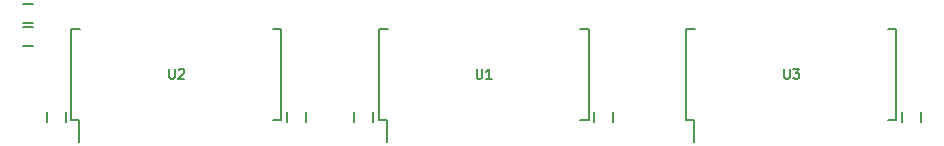
<source format=gto>
G04 #@! TF.GenerationSoftware,KiCad,Pcbnew,(5.1.10-1-10_14)*
G04 #@! TF.CreationDate,2021-06-21T04:52:28-04:00*
G04 #@! TF.ProjectId,GW4191-SOP,47573431-3931-42d5-934f-502e6b696361,1.0-SOJ*
G04 #@! TF.SameCoordinates,Original*
G04 #@! TF.FileFunction,Legend,Top*
G04 #@! TF.FilePolarity,Positive*
%FSLAX46Y46*%
G04 Gerber Fmt 4.6, Leading zero omitted, Abs format (unit mm)*
G04 Created by KiCad (PCBNEW (5.1.10-1-10_14)) date 2021-06-21 04:52:28*
%MOMM*%
%LPD*%
G01*
G04 APERTURE LIST*
%ADD10C,0.152400*%
%ADD11C,0.203200*%
%ADD12C,0.952400*%
G04 APERTURE END LIST*
D10*
X84290000Y-93663400D02*
X84290000Y-92850600D01*
X85890000Y-93663400D02*
X85890000Y-92850600D01*
X104610000Y-93663400D02*
X104610000Y-92850600D01*
X106210000Y-93663400D02*
X106210000Y-92850600D01*
X110325000Y-93663400D02*
X110325000Y-92850600D01*
X111925000Y-93663400D02*
X111925000Y-92850600D01*
X156680000Y-93663400D02*
X156680000Y-92850600D01*
X158280000Y-93663400D02*
X158280000Y-92850600D01*
X130645000Y-93663400D02*
X130645000Y-92850600D01*
X132245000Y-93663400D02*
X132245000Y-92850600D01*
X83106400Y-87300000D02*
X82293600Y-87300000D01*
X83106400Y-85700000D02*
X82293600Y-85700000D01*
X82293600Y-83700000D02*
X83106400Y-83700000D01*
X82293600Y-85300000D02*
X83106400Y-85300000D01*
X112395000Y-93537000D02*
X113045000Y-93537000D01*
X112395000Y-85787000D02*
X113140000Y-85787000D01*
X130175000Y-85787000D02*
X129430000Y-85787000D01*
X130175000Y-93537000D02*
X129430000Y-93537000D01*
X112395000Y-93537000D02*
X112395000Y-85787000D01*
X130175000Y-93537000D02*
X130175000Y-85787000D01*
X113045000Y-93537000D02*
X113045000Y-95362000D01*
X87010000Y-93537000D02*
X87010000Y-95362000D01*
X104140000Y-93537000D02*
X104140000Y-85787000D01*
X86360000Y-93537000D02*
X86360000Y-85787000D01*
X104140000Y-93537000D02*
X103395000Y-93537000D01*
X104140000Y-85787000D02*
X103395000Y-85787000D01*
X86360000Y-85787000D02*
X87105000Y-85787000D01*
X86360000Y-93537000D02*
X87010000Y-93537000D01*
X139080000Y-93537000D02*
X139080000Y-95362000D01*
X156210000Y-93537000D02*
X156210000Y-85787000D01*
X138430000Y-93537000D02*
X138430000Y-85787000D01*
X156210000Y-93537000D02*
X155465000Y-93537000D01*
X156210000Y-85787000D02*
X155465000Y-85787000D01*
X138430000Y-85787000D02*
X139175000Y-85787000D01*
X138430000Y-93537000D02*
X139080000Y-93537000D01*
D11*
X120665723Y-89216895D02*
X120665723Y-89874876D01*
X120704428Y-89952285D01*
X120743133Y-89990990D01*
X120820542Y-90029695D01*
X120975361Y-90029695D01*
X121052771Y-89990990D01*
X121091476Y-89952285D01*
X121130180Y-89874876D01*
X121130180Y-89216895D01*
X121942980Y-90029695D02*
X121478523Y-90029695D01*
X121710752Y-90029695D02*
X121710752Y-89216895D01*
X121633342Y-89333009D01*
X121555933Y-89410419D01*
X121478523Y-89449123D01*
X94630723Y-89216895D02*
X94630723Y-89874876D01*
X94669428Y-89952285D01*
X94708133Y-89990990D01*
X94785542Y-90029695D01*
X94940361Y-90029695D01*
X95017771Y-89990990D01*
X95056476Y-89952285D01*
X95095180Y-89874876D01*
X95095180Y-89216895D01*
X95443523Y-89294304D02*
X95482228Y-89255600D01*
X95559638Y-89216895D01*
X95753161Y-89216895D01*
X95830571Y-89255600D01*
X95869276Y-89294304D01*
X95907980Y-89371714D01*
X95907980Y-89449123D01*
X95869276Y-89565238D01*
X95404819Y-90029695D01*
X95907980Y-90029695D01*
X146700723Y-89216895D02*
X146700723Y-89874876D01*
X146739428Y-89952285D01*
X146778133Y-89990990D01*
X146855542Y-90029695D01*
X147010361Y-90029695D01*
X147087771Y-89990990D01*
X147126476Y-89952285D01*
X147165180Y-89874876D01*
X147165180Y-89216895D01*
X147474819Y-89216895D02*
X147977980Y-89216895D01*
X147707047Y-89526533D01*
X147823161Y-89526533D01*
X147900571Y-89565238D01*
X147939276Y-89603942D01*
X147977980Y-89681352D01*
X147977980Y-89874876D01*
X147939276Y-89952285D01*
X147900571Y-89990990D01*
X147823161Y-90029695D01*
X147590933Y-90029695D01*
X147513523Y-89990990D01*
X147474819Y-89952285D01*
%LPC*%
G36*
G01*
X82854800Y-100939600D02*
X82854800Y-99212400D01*
G75*
G02*
X83337400Y-98729800I482600J0D01*
G01*
X84302600Y-98729800D01*
G75*
G02*
X84785200Y-99212400I0J-482600D01*
G01*
X84785200Y-100939600D01*
G75*
G02*
X84302600Y-101422200I-482600J0D01*
G01*
X83337400Y-101422200D01*
G75*
G02*
X82854800Y-100939600I0J482600D01*
G01*
G37*
G36*
G01*
X85394800Y-100939600D02*
X85394800Y-99212400D01*
G75*
G02*
X85877400Y-98729800I482600J0D01*
G01*
X86842600Y-98729800D01*
G75*
G02*
X87325200Y-99212400I0J-482600D01*
G01*
X87325200Y-100939600D01*
G75*
G02*
X86842600Y-101422200I-482600J0D01*
G01*
X85877400Y-101422200D01*
G75*
G02*
X85394800Y-100939600I0J482600D01*
G01*
G37*
D12*
X88900000Y-98806000D03*
G36*
G01*
X108254800Y-100939600D02*
X108254800Y-99212400D01*
G75*
G02*
X108737400Y-98729800I482600J0D01*
G01*
X109702600Y-98729800D01*
G75*
G02*
X110185200Y-99212400I0J-482600D01*
G01*
X110185200Y-100939600D01*
G75*
G02*
X109702600Y-101422200I-482600J0D01*
G01*
X108737400Y-101422200D01*
G75*
G02*
X108254800Y-100939600I0J482600D01*
G01*
G37*
G36*
G01*
X93014800Y-100939600D02*
X93014800Y-99212400D01*
G75*
G02*
X93497400Y-98729800I482600J0D01*
G01*
X94462600Y-98729800D01*
G75*
G02*
X94945200Y-99212400I0J-482600D01*
G01*
X94945200Y-100939600D01*
G75*
G02*
X94462600Y-101422200I-482600J0D01*
G01*
X93497400Y-101422200D01*
G75*
G02*
X93014800Y-100939600I0J482600D01*
G01*
G37*
G36*
G01*
X110794800Y-100939600D02*
X110794800Y-99212400D01*
G75*
G02*
X111277400Y-98729800I482600J0D01*
G01*
X112242600Y-98729800D01*
G75*
G02*
X112725200Y-99212400I0J-482600D01*
G01*
X112725200Y-100939600D01*
G75*
G02*
X112242600Y-101422200I-482600J0D01*
G01*
X111277400Y-101422200D01*
G75*
G02*
X110794800Y-100939600I0J482600D01*
G01*
G37*
G36*
G01*
X146354800Y-100939600D02*
X146354800Y-99212400D01*
G75*
G02*
X146837400Y-98729800I482600J0D01*
G01*
X147802600Y-98729800D01*
G75*
G02*
X148285200Y-99212400I0J-482600D01*
G01*
X148285200Y-100939600D01*
G75*
G02*
X147802600Y-101422200I-482600J0D01*
G01*
X146837400Y-101422200D01*
G75*
G02*
X146354800Y-100939600I0J482600D01*
G01*
G37*
G36*
G01*
X113334800Y-100939600D02*
X113334800Y-99212400D01*
G75*
G02*
X113817400Y-98729800I482600J0D01*
G01*
X114782600Y-98729800D01*
G75*
G02*
X115265200Y-99212400I0J-482600D01*
G01*
X115265200Y-100939600D01*
G75*
G02*
X114782600Y-101422200I-482600J0D01*
G01*
X113817400Y-101422200D01*
G75*
G02*
X113334800Y-100939600I0J482600D01*
G01*
G37*
G36*
G01*
X115874800Y-100939600D02*
X115874800Y-99212400D01*
G75*
G02*
X116357400Y-98729800I482600J0D01*
G01*
X117322600Y-98729800D01*
G75*
G02*
X117805200Y-99212400I0J-482600D01*
G01*
X117805200Y-100939600D01*
G75*
G02*
X117322600Y-101422200I-482600J0D01*
G01*
X116357400Y-101422200D01*
G75*
G02*
X115874800Y-100939600I0J482600D01*
G01*
G37*
G36*
G01*
X90474800Y-100939600D02*
X90474800Y-99212400D01*
G75*
G02*
X90957400Y-98729800I482600J0D01*
G01*
X91922600Y-98729800D01*
G75*
G02*
X92405200Y-99212400I0J-482600D01*
G01*
X92405200Y-100939600D01*
G75*
G02*
X91922600Y-101422200I-482600J0D01*
G01*
X90957400Y-101422200D01*
G75*
G02*
X90474800Y-100939600I0J482600D01*
G01*
G37*
G36*
G01*
X153974800Y-100939600D02*
X153974800Y-99212400D01*
G75*
G02*
X154457400Y-98729800I482600J0D01*
G01*
X155422600Y-98729800D01*
G75*
G02*
X155905200Y-99212400I0J-482600D01*
G01*
X155905200Y-100939600D01*
G75*
G02*
X155422600Y-101422200I-482600J0D01*
G01*
X154457400Y-101422200D01*
G75*
G02*
X153974800Y-100939600I0J482600D01*
G01*
G37*
G36*
G01*
X87934800Y-100939600D02*
X87934800Y-99212400D01*
G75*
G02*
X88417400Y-98729800I482600J0D01*
G01*
X89382600Y-98729800D01*
G75*
G02*
X89865200Y-99212400I0J-482600D01*
G01*
X89865200Y-100939600D01*
G75*
G02*
X89382600Y-101422200I-482600J0D01*
G01*
X88417400Y-101422200D01*
G75*
G02*
X87934800Y-100939600I0J482600D01*
G01*
G37*
G36*
G01*
X141274800Y-100939600D02*
X141274800Y-99212400D01*
G75*
G02*
X141757400Y-98729800I482600J0D01*
G01*
X142722600Y-98729800D01*
G75*
G02*
X143205200Y-99212400I0J-482600D01*
G01*
X143205200Y-100939600D01*
G75*
G02*
X142722600Y-101422200I-482600J0D01*
G01*
X141757400Y-101422200D01*
G75*
G02*
X141274800Y-100939600I0J482600D01*
G01*
G37*
G36*
G01*
X120954800Y-100939600D02*
X120954800Y-99212400D01*
G75*
G02*
X121437400Y-98729800I482600J0D01*
G01*
X122402600Y-98729800D01*
G75*
G02*
X122885200Y-99212400I0J-482600D01*
G01*
X122885200Y-100939600D01*
G75*
G02*
X122402600Y-101422200I-482600J0D01*
G01*
X121437400Y-101422200D01*
G75*
G02*
X120954800Y-100939600I0J482600D01*
G01*
G37*
G36*
G01*
X131114800Y-100939600D02*
X131114800Y-99212400D01*
G75*
G02*
X131597400Y-98729800I482600J0D01*
G01*
X132562600Y-98729800D01*
G75*
G02*
X133045200Y-99212400I0J-482600D01*
G01*
X133045200Y-100939600D01*
G75*
G02*
X132562600Y-101422200I-482600J0D01*
G01*
X131597400Y-101422200D01*
G75*
G02*
X131114800Y-100939600I0J482600D01*
G01*
G37*
G36*
G01*
X138734800Y-100939600D02*
X138734800Y-99212400D01*
G75*
G02*
X139217400Y-98729800I482600J0D01*
G01*
X140182600Y-98729800D01*
G75*
G02*
X140665200Y-99212400I0J-482600D01*
G01*
X140665200Y-100939600D01*
G75*
G02*
X140182600Y-101422200I-482600J0D01*
G01*
X139217400Y-101422200D01*
G75*
G02*
X138734800Y-100939600I0J482600D01*
G01*
G37*
G36*
G01*
X103174800Y-100939600D02*
X103174800Y-99212400D01*
G75*
G02*
X103657400Y-98729800I482600J0D01*
G01*
X104622600Y-98729800D01*
G75*
G02*
X105105200Y-99212400I0J-482600D01*
G01*
X105105200Y-100939600D01*
G75*
G02*
X104622600Y-101422200I-482600J0D01*
G01*
X103657400Y-101422200D01*
G75*
G02*
X103174800Y-100939600I0J482600D01*
G01*
G37*
G36*
G01*
X126034800Y-100939600D02*
X126034800Y-99212400D01*
G75*
G02*
X126517400Y-98729800I482600J0D01*
G01*
X127482600Y-98729800D01*
G75*
G02*
X127965200Y-99212400I0J-482600D01*
G01*
X127965200Y-100939600D01*
G75*
G02*
X127482600Y-101422200I-482600J0D01*
G01*
X126517400Y-101422200D01*
G75*
G02*
X126034800Y-100939600I0J482600D01*
G01*
G37*
G36*
G01*
X133654800Y-100939600D02*
X133654800Y-99212400D01*
G75*
G02*
X134137400Y-98729800I482600J0D01*
G01*
X135102600Y-98729800D01*
G75*
G02*
X135585200Y-99212400I0J-482600D01*
G01*
X135585200Y-100939600D01*
G75*
G02*
X135102600Y-101422200I-482600J0D01*
G01*
X134137400Y-101422200D01*
G75*
G02*
X133654800Y-100939600I0J482600D01*
G01*
G37*
G36*
G01*
X128574800Y-100939600D02*
X128574800Y-99212400D01*
G75*
G02*
X129057400Y-98729800I482600J0D01*
G01*
X130022600Y-98729800D01*
G75*
G02*
X130505200Y-99212400I0J-482600D01*
G01*
X130505200Y-100939600D01*
G75*
G02*
X130022600Y-101422200I-482600J0D01*
G01*
X129057400Y-101422200D01*
G75*
G02*
X128574800Y-100939600I0J482600D01*
G01*
G37*
G36*
G01*
X105714800Y-100939600D02*
X105714800Y-99212400D01*
G75*
G02*
X106197400Y-98729800I482600J0D01*
G01*
X107162600Y-98729800D01*
G75*
G02*
X107645200Y-99212400I0J-482600D01*
G01*
X107645200Y-100939600D01*
G75*
G02*
X107162600Y-101422200I-482600J0D01*
G01*
X106197400Y-101422200D01*
G75*
G02*
X105714800Y-100939600I0J482600D01*
G01*
G37*
G36*
G01*
X136194800Y-100939600D02*
X136194800Y-99212400D01*
G75*
G02*
X136677400Y-98729800I482600J0D01*
G01*
X137642600Y-98729800D01*
G75*
G02*
X138125200Y-99212400I0J-482600D01*
G01*
X138125200Y-100939600D01*
G75*
G02*
X137642600Y-101422200I-482600J0D01*
G01*
X136677400Y-101422200D01*
G75*
G02*
X136194800Y-100939600I0J482600D01*
G01*
G37*
G36*
G01*
X95554800Y-100939600D02*
X95554800Y-99212400D01*
G75*
G02*
X96037400Y-98729800I482600J0D01*
G01*
X97002600Y-98729800D01*
G75*
G02*
X97485200Y-99212400I0J-482600D01*
G01*
X97485200Y-100939600D01*
G75*
G02*
X97002600Y-101422200I-482600J0D01*
G01*
X96037400Y-101422200D01*
G75*
G02*
X95554800Y-100939600I0J482600D01*
G01*
G37*
G36*
G01*
X123494800Y-100939600D02*
X123494800Y-99212400D01*
G75*
G02*
X123977400Y-98729800I482600J0D01*
G01*
X124942600Y-98729800D01*
G75*
G02*
X125425200Y-99212400I0J-482600D01*
G01*
X125425200Y-100939600D01*
G75*
G02*
X124942600Y-101422200I-482600J0D01*
G01*
X123977400Y-101422200D01*
G75*
G02*
X123494800Y-100939600I0J482600D01*
G01*
G37*
G36*
G01*
X98094800Y-100939600D02*
X98094800Y-99212400D01*
G75*
G02*
X98577400Y-98729800I482600J0D01*
G01*
X99542600Y-98729800D01*
G75*
G02*
X100025200Y-99212400I0J-482600D01*
G01*
X100025200Y-100939600D01*
G75*
G02*
X99542600Y-101422200I-482600J0D01*
G01*
X98577400Y-101422200D01*
G75*
G02*
X98094800Y-100939600I0J482600D01*
G01*
G37*
G36*
G01*
X100634800Y-100939600D02*
X100634800Y-99212400D01*
G75*
G02*
X101117400Y-98729800I482600J0D01*
G01*
X102082600Y-98729800D01*
G75*
G02*
X102565200Y-99212400I0J-482600D01*
G01*
X102565200Y-100939600D01*
G75*
G02*
X102082600Y-101422200I-482600J0D01*
G01*
X101117400Y-101422200D01*
G75*
G02*
X100634800Y-100939600I0J482600D01*
G01*
G37*
G36*
G01*
X148894800Y-100939600D02*
X148894800Y-99212400D01*
G75*
G02*
X149377400Y-98729800I482600J0D01*
G01*
X150342600Y-98729800D01*
G75*
G02*
X150825200Y-99212400I0J-482600D01*
G01*
X150825200Y-100939600D01*
G75*
G02*
X150342600Y-101422200I-482600J0D01*
G01*
X149377400Y-101422200D01*
G75*
G02*
X148894800Y-100939600I0J482600D01*
G01*
G37*
G36*
G01*
X151434800Y-100939600D02*
X151434800Y-99212400D01*
G75*
G02*
X151917400Y-98729800I482600J0D01*
G01*
X152882600Y-98729800D01*
G75*
G02*
X153365200Y-99212400I0J-482600D01*
G01*
X153365200Y-100939600D01*
G75*
G02*
X152882600Y-101422200I-482600J0D01*
G01*
X151917400Y-101422200D01*
G75*
G02*
X151434800Y-100939600I0J482600D01*
G01*
G37*
G36*
G01*
X156514800Y-100939600D02*
X156514800Y-99212400D01*
G75*
G02*
X156997400Y-98729800I482600J0D01*
G01*
X157962600Y-98729800D01*
G75*
G02*
X158445200Y-99212400I0J-482600D01*
G01*
X158445200Y-100939600D01*
G75*
G02*
X157962600Y-101422200I-482600J0D01*
G01*
X156997400Y-101422200D01*
G75*
G02*
X156514800Y-100939600I0J482600D01*
G01*
G37*
G36*
G01*
X118414800Y-100939600D02*
X118414800Y-99212400D01*
G75*
G02*
X118897400Y-98729800I482600J0D01*
G01*
X119862600Y-98729800D01*
G75*
G02*
X120345200Y-99212400I0J-482600D01*
G01*
X120345200Y-100939600D01*
G75*
G02*
X119862600Y-101422200I-482600J0D01*
G01*
X118897400Y-101422200D01*
G75*
G02*
X118414800Y-100939600I0J482600D01*
G01*
G37*
G36*
G01*
X143814800Y-100939600D02*
X143814800Y-99212400D01*
G75*
G02*
X144297400Y-98729800I482600J0D01*
G01*
X145262600Y-98729800D01*
G75*
G02*
X145745200Y-99212400I0J-482600D01*
G01*
X145745200Y-100939600D01*
G75*
G02*
X145262600Y-101422200I-482600J0D01*
G01*
X144297400Y-101422200D01*
G75*
G02*
X143814800Y-100939600I0J482600D01*
G01*
G37*
X86360000Y-98806000D03*
X83820000Y-98806000D03*
X93980000Y-98806000D03*
X91440000Y-98806000D03*
X96520000Y-98806000D03*
X99060000Y-98806000D03*
X104140000Y-98806000D03*
X101600000Y-98806000D03*
X109220000Y-98806000D03*
X106680000Y-98806000D03*
X111760000Y-98806000D03*
X116840000Y-98806000D03*
X114300000Y-98806000D03*
X119380000Y-98806000D03*
X124460000Y-98806000D03*
X121920000Y-98806000D03*
X127000000Y-98806000D03*
X149860000Y-98806000D03*
X147320000Y-98806000D03*
X152400000Y-98806000D03*
X134620000Y-98806000D03*
X132080000Y-98806000D03*
X137160000Y-98806000D03*
X142240000Y-98806000D03*
X139700000Y-98806000D03*
X144780000Y-98806000D03*
X129540000Y-98806000D03*
X154940000Y-98806000D03*
X157480000Y-98806000D03*
G36*
G01*
X85552500Y-92982000D02*
X84627500Y-92982000D01*
G75*
G02*
X84340000Y-92694500I0J287500D01*
G01*
X84340000Y-92119500D01*
G75*
G02*
X84627500Y-91832000I287500J0D01*
G01*
X85552500Y-91832000D01*
G75*
G02*
X85840000Y-92119500I0J-287500D01*
G01*
X85840000Y-92694500D01*
G75*
G02*
X85552500Y-92982000I-287500J0D01*
G01*
G37*
G36*
G01*
X85552500Y-94682000D02*
X84627500Y-94682000D01*
G75*
G02*
X84340000Y-94394500I0J287500D01*
G01*
X84340000Y-93819500D01*
G75*
G02*
X84627500Y-93532000I287500J0D01*
G01*
X85552500Y-93532000D01*
G75*
G02*
X85840000Y-93819500I0J-287500D01*
G01*
X85840000Y-94394500D01*
G75*
G02*
X85552500Y-94682000I-287500J0D01*
G01*
G37*
G36*
G01*
X105872500Y-92982000D02*
X104947500Y-92982000D01*
G75*
G02*
X104660000Y-92694500I0J287500D01*
G01*
X104660000Y-92119500D01*
G75*
G02*
X104947500Y-91832000I287500J0D01*
G01*
X105872500Y-91832000D01*
G75*
G02*
X106160000Y-92119500I0J-287500D01*
G01*
X106160000Y-92694500D01*
G75*
G02*
X105872500Y-92982000I-287500J0D01*
G01*
G37*
G36*
G01*
X105872500Y-94682000D02*
X104947500Y-94682000D01*
G75*
G02*
X104660000Y-94394500I0J287500D01*
G01*
X104660000Y-93819500D01*
G75*
G02*
X104947500Y-93532000I287500J0D01*
G01*
X105872500Y-93532000D01*
G75*
G02*
X106160000Y-93819500I0J-287500D01*
G01*
X106160000Y-94394500D01*
G75*
G02*
X105872500Y-94682000I-287500J0D01*
G01*
G37*
G36*
G01*
X111587500Y-92982000D02*
X110662500Y-92982000D01*
G75*
G02*
X110375000Y-92694500I0J287500D01*
G01*
X110375000Y-92119500D01*
G75*
G02*
X110662500Y-91832000I287500J0D01*
G01*
X111587500Y-91832000D01*
G75*
G02*
X111875000Y-92119500I0J-287500D01*
G01*
X111875000Y-92694500D01*
G75*
G02*
X111587500Y-92982000I-287500J0D01*
G01*
G37*
G36*
G01*
X111587500Y-94682000D02*
X110662500Y-94682000D01*
G75*
G02*
X110375000Y-94394500I0J287500D01*
G01*
X110375000Y-93819500D01*
G75*
G02*
X110662500Y-93532000I287500J0D01*
G01*
X111587500Y-93532000D01*
G75*
G02*
X111875000Y-93819500I0J-287500D01*
G01*
X111875000Y-94394500D01*
G75*
G02*
X111587500Y-94682000I-287500J0D01*
G01*
G37*
G36*
G01*
X157942500Y-92982000D02*
X157017500Y-92982000D01*
G75*
G02*
X156730000Y-92694500I0J287500D01*
G01*
X156730000Y-92119500D01*
G75*
G02*
X157017500Y-91832000I287500J0D01*
G01*
X157942500Y-91832000D01*
G75*
G02*
X158230000Y-92119500I0J-287500D01*
G01*
X158230000Y-92694500D01*
G75*
G02*
X157942500Y-92982000I-287500J0D01*
G01*
G37*
G36*
G01*
X157942500Y-94682000D02*
X157017500Y-94682000D01*
G75*
G02*
X156730000Y-94394500I0J287500D01*
G01*
X156730000Y-93819500D01*
G75*
G02*
X157017500Y-93532000I287500J0D01*
G01*
X157942500Y-93532000D01*
G75*
G02*
X158230000Y-93819500I0J-287500D01*
G01*
X158230000Y-94394500D01*
G75*
G02*
X157942500Y-94682000I-287500J0D01*
G01*
G37*
G36*
G01*
X131907500Y-92982000D02*
X130982500Y-92982000D01*
G75*
G02*
X130695000Y-92694500I0J287500D01*
G01*
X130695000Y-92119500D01*
G75*
G02*
X130982500Y-91832000I287500J0D01*
G01*
X131907500Y-91832000D01*
G75*
G02*
X132195000Y-92119500I0J-287500D01*
G01*
X132195000Y-92694500D01*
G75*
G02*
X131907500Y-92982000I-287500J0D01*
G01*
G37*
G36*
G01*
X131907500Y-94682000D02*
X130982500Y-94682000D01*
G75*
G02*
X130695000Y-94394500I0J287500D01*
G01*
X130695000Y-93819500D01*
G75*
G02*
X130982500Y-93532000I287500J0D01*
G01*
X131907500Y-93532000D01*
G75*
G02*
X132195000Y-93819500I0J-287500D01*
G01*
X132195000Y-94394500D01*
G75*
G02*
X131907500Y-94682000I-287500J0D01*
G01*
G37*
G36*
G01*
X82225000Y-85987500D02*
X82225000Y-87012500D01*
G75*
G02*
X81987500Y-87250000I-237500J0D01*
G01*
X81512500Y-87250000D01*
G75*
G02*
X81275000Y-87012500I0J237500D01*
G01*
X81275000Y-85987500D01*
G75*
G02*
X81512500Y-85750000I237500J0D01*
G01*
X81987500Y-85750000D01*
G75*
G02*
X82225000Y-85987500I0J-237500D01*
G01*
G37*
G36*
G01*
X84125000Y-85987500D02*
X84125000Y-87012500D01*
G75*
G02*
X83887500Y-87250000I-237500J0D01*
G01*
X83412500Y-87250000D01*
G75*
G02*
X83175000Y-87012500I0J237500D01*
G01*
X83175000Y-85987500D01*
G75*
G02*
X83412500Y-85750000I237500J0D01*
G01*
X83887500Y-85750000D01*
G75*
G02*
X84125000Y-85987500I0J-237500D01*
G01*
G37*
G36*
G01*
X83175000Y-85012500D02*
X83175000Y-83987500D01*
G75*
G02*
X83412500Y-83750000I237500J0D01*
G01*
X83887500Y-83750000D01*
G75*
G02*
X84125000Y-83987500I0J-237500D01*
G01*
X84125000Y-85012500D01*
G75*
G02*
X83887500Y-85250000I-237500J0D01*
G01*
X83412500Y-85250000D01*
G75*
G02*
X83175000Y-85012500I0J237500D01*
G01*
G37*
G36*
G01*
X81275000Y-85012500D02*
X81275000Y-83987500D01*
G75*
G02*
X81512500Y-83750000I237500J0D01*
G01*
X81987500Y-83750000D01*
G75*
G02*
X82225000Y-83987500I0J-237500D01*
G01*
X82225000Y-85012500D01*
G75*
G02*
X81987500Y-85250000I-237500J0D01*
G01*
X81512500Y-85250000D01*
G75*
G02*
X81275000Y-85012500I0J237500D01*
G01*
G37*
G36*
G01*
X113840000Y-95427000D02*
X113490000Y-95427000D01*
G75*
G02*
X113315000Y-95252000I0J175000D01*
G01*
X113315000Y-93470000D01*
G75*
G02*
X113490000Y-93295000I175000J0D01*
G01*
X113840000Y-93295000D01*
G75*
G02*
X114015000Y-93470000I0J-175000D01*
G01*
X114015000Y-95252000D01*
G75*
G02*
X113840000Y-95427000I-175000J0D01*
G01*
G37*
G36*
G01*
X115110000Y-95427000D02*
X114760000Y-95427000D01*
G75*
G02*
X114585000Y-95252000I0J175000D01*
G01*
X114585000Y-93470000D01*
G75*
G02*
X114760000Y-93295000I175000J0D01*
G01*
X115110000Y-93295000D01*
G75*
G02*
X115285000Y-93470000I0J-175000D01*
G01*
X115285000Y-95252000D01*
G75*
G02*
X115110000Y-95427000I-175000J0D01*
G01*
G37*
G36*
G01*
X116380000Y-95427000D02*
X116030000Y-95427000D01*
G75*
G02*
X115855000Y-95252000I0J175000D01*
G01*
X115855000Y-93470000D01*
G75*
G02*
X116030000Y-93295000I175000J0D01*
G01*
X116380000Y-93295000D01*
G75*
G02*
X116555000Y-93470000I0J-175000D01*
G01*
X116555000Y-95252000D01*
G75*
G02*
X116380000Y-95427000I-175000J0D01*
G01*
G37*
G36*
G01*
X117650000Y-95427000D02*
X117300000Y-95427000D01*
G75*
G02*
X117125000Y-95252000I0J175000D01*
G01*
X117125000Y-93470000D01*
G75*
G02*
X117300000Y-93295000I175000J0D01*
G01*
X117650000Y-93295000D01*
G75*
G02*
X117825000Y-93470000I0J-175000D01*
G01*
X117825000Y-95252000D01*
G75*
G02*
X117650000Y-95427000I-175000J0D01*
G01*
G37*
G36*
G01*
X118920000Y-95427000D02*
X118570000Y-95427000D01*
G75*
G02*
X118395000Y-95252000I0J175000D01*
G01*
X118395000Y-93470000D01*
G75*
G02*
X118570000Y-93295000I175000J0D01*
G01*
X118920000Y-93295000D01*
G75*
G02*
X119095000Y-93470000I0J-175000D01*
G01*
X119095000Y-95252000D01*
G75*
G02*
X118920000Y-95427000I-175000J0D01*
G01*
G37*
G36*
G01*
X120190000Y-95427000D02*
X119840000Y-95427000D01*
G75*
G02*
X119665000Y-95252000I0J175000D01*
G01*
X119665000Y-93470000D01*
G75*
G02*
X119840000Y-93295000I175000J0D01*
G01*
X120190000Y-93295000D01*
G75*
G02*
X120365000Y-93470000I0J-175000D01*
G01*
X120365000Y-95252000D01*
G75*
G02*
X120190000Y-95427000I-175000J0D01*
G01*
G37*
G36*
G01*
X122730000Y-95427000D02*
X122380000Y-95427000D01*
G75*
G02*
X122205000Y-95252000I0J175000D01*
G01*
X122205000Y-93470000D01*
G75*
G02*
X122380000Y-93295000I175000J0D01*
G01*
X122730000Y-93295000D01*
G75*
G02*
X122905000Y-93470000I0J-175000D01*
G01*
X122905000Y-95252000D01*
G75*
G02*
X122730000Y-95427000I-175000J0D01*
G01*
G37*
G36*
G01*
X124000000Y-95427000D02*
X123650000Y-95427000D01*
G75*
G02*
X123475000Y-95252000I0J175000D01*
G01*
X123475000Y-93470000D01*
G75*
G02*
X123650000Y-93295000I175000J0D01*
G01*
X124000000Y-93295000D01*
G75*
G02*
X124175000Y-93470000I0J-175000D01*
G01*
X124175000Y-95252000D01*
G75*
G02*
X124000000Y-95427000I-175000J0D01*
G01*
G37*
G36*
G01*
X125270000Y-95427000D02*
X124920000Y-95427000D01*
G75*
G02*
X124745000Y-95252000I0J175000D01*
G01*
X124745000Y-93470000D01*
G75*
G02*
X124920000Y-93295000I175000J0D01*
G01*
X125270000Y-93295000D01*
G75*
G02*
X125445000Y-93470000I0J-175000D01*
G01*
X125445000Y-95252000D01*
G75*
G02*
X125270000Y-95427000I-175000J0D01*
G01*
G37*
G36*
G01*
X126540000Y-95427000D02*
X126190000Y-95427000D01*
G75*
G02*
X126015000Y-95252000I0J175000D01*
G01*
X126015000Y-93470000D01*
G75*
G02*
X126190000Y-93295000I175000J0D01*
G01*
X126540000Y-93295000D01*
G75*
G02*
X126715000Y-93470000I0J-175000D01*
G01*
X126715000Y-95252000D01*
G75*
G02*
X126540000Y-95427000I-175000J0D01*
G01*
G37*
G36*
G01*
X127810000Y-95427000D02*
X127460000Y-95427000D01*
G75*
G02*
X127285000Y-95252000I0J175000D01*
G01*
X127285000Y-93470000D01*
G75*
G02*
X127460000Y-93295000I175000J0D01*
G01*
X127810000Y-93295000D01*
G75*
G02*
X127985000Y-93470000I0J-175000D01*
G01*
X127985000Y-95252000D01*
G75*
G02*
X127810000Y-95427000I-175000J0D01*
G01*
G37*
G36*
G01*
X129080000Y-95427000D02*
X128730000Y-95427000D01*
G75*
G02*
X128555000Y-95252000I0J175000D01*
G01*
X128555000Y-93470000D01*
G75*
G02*
X128730000Y-93295000I175000J0D01*
G01*
X129080000Y-93295000D01*
G75*
G02*
X129255000Y-93470000I0J-175000D01*
G01*
X129255000Y-95252000D01*
G75*
G02*
X129080000Y-95427000I-175000J0D01*
G01*
G37*
G36*
G01*
X129080000Y-86029000D02*
X128730000Y-86029000D01*
G75*
G02*
X128555000Y-85854000I0J175000D01*
G01*
X128555000Y-84072000D01*
G75*
G02*
X128730000Y-83897000I175000J0D01*
G01*
X129080000Y-83897000D01*
G75*
G02*
X129255000Y-84072000I0J-175000D01*
G01*
X129255000Y-85854000D01*
G75*
G02*
X129080000Y-86029000I-175000J0D01*
G01*
G37*
G36*
G01*
X127810000Y-86029000D02*
X127460000Y-86029000D01*
G75*
G02*
X127285000Y-85854000I0J175000D01*
G01*
X127285000Y-84072000D01*
G75*
G02*
X127460000Y-83897000I175000J0D01*
G01*
X127810000Y-83897000D01*
G75*
G02*
X127985000Y-84072000I0J-175000D01*
G01*
X127985000Y-85854000D01*
G75*
G02*
X127810000Y-86029000I-175000J0D01*
G01*
G37*
G36*
G01*
X126540000Y-86029000D02*
X126190000Y-86029000D01*
G75*
G02*
X126015000Y-85854000I0J175000D01*
G01*
X126015000Y-84072000D01*
G75*
G02*
X126190000Y-83897000I175000J0D01*
G01*
X126540000Y-83897000D01*
G75*
G02*
X126715000Y-84072000I0J-175000D01*
G01*
X126715000Y-85854000D01*
G75*
G02*
X126540000Y-86029000I-175000J0D01*
G01*
G37*
G36*
G01*
X125270000Y-86029000D02*
X124920000Y-86029000D01*
G75*
G02*
X124745000Y-85854000I0J175000D01*
G01*
X124745000Y-84072000D01*
G75*
G02*
X124920000Y-83897000I175000J0D01*
G01*
X125270000Y-83897000D01*
G75*
G02*
X125445000Y-84072000I0J-175000D01*
G01*
X125445000Y-85854000D01*
G75*
G02*
X125270000Y-86029000I-175000J0D01*
G01*
G37*
G36*
G01*
X124000000Y-86029000D02*
X123650000Y-86029000D01*
G75*
G02*
X123475000Y-85854000I0J175000D01*
G01*
X123475000Y-84072000D01*
G75*
G02*
X123650000Y-83897000I175000J0D01*
G01*
X124000000Y-83897000D01*
G75*
G02*
X124175000Y-84072000I0J-175000D01*
G01*
X124175000Y-85854000D01*
G75*
G02*
X124000000Y-86029000I-175000J0D01*
G01*
G37*
G36*
G01*
X122730000Y-86029000D02*
X122380000Y-86029000D01*
G75*
G02*
X122205000Y-85854000I0J175000D01*
G01*
X122205000Y-84072000D01*
G75*
G02*
X122380000Y-83897000I175000J0D01*
G01*
X122730000Y-83897000D01*
G75*
G02*
X122905000Y-84072000I0J-175000D01*
G01*
X122905000Y-85854000D01*
G75*
G02*
X122730000Y-86029000I-175000J0D01*
G01*
G37*
G36*
G01*
X120190000Y-86029000D02*
X119840000Y-86029000D01*
G75*
G02*
X119665000Y-85854000I0J175000D01*
G01*
X119665000Y-84072000D01*
G75*
G02*
X119840000Y-83897000I175000J0D01*
G01*
X120190000Y-83897000D01*
G75*
G02*
X120365000Y-84072000I0J-175000D01*
G01*
X120365000Y-85854000D01*
G75*
G02*
X120190000Y-86029000I-175000J0D01*
G01*
G37*
G36*
G01*
X118920000Y-86029000D02*
X118570000Y-86029000D01*
G75*
G02*
X118395000Y-85854000I0J175000D01*
G01*
X118395000Y-84072000D01*
G75*
G02*
X118570000Y-83897000I175000J0D01*
G01*
X118920000Y-83897000D01*
G75*
G02*
X119095000Y-84072000I0J-175000D01*
G01*
X119095000Y-85854000D01*
G75*
G02*
X118920000Y-86029000I-175000J0D01*
G01*
G37*
G36*
G01*
X117650000Y-86029000D02*
X117300000Y-86029000D01*
G75*
G02*
X117125000Y-85854000I0J175000D01*
G01*
X117125000Y-84072000D01*
G75*
G02*
X117300000Y-83897000I175000J0D01*
G01*
X117650000Y-83897000D01*
G75*
G02*
X117825000Y-84072000I0J-175000D01*
G01*
X117825000Y-85854000D01*
G75*
G02*
X117650000Y-86029000I-175000J0D01*
G01*
G37*
G36*
G01*
X116380000Y-86029000D02*
X116030000Y-86029000D01*
G75*
G02*
X115855000Y-85854000I0J175000D01*
G01*
X115855000Y-84072000D01*
G75*
G02*
X116030000Y-83897000I175000J0D01*
G01*
X116380000Y-83897000D01*
G75*
G02*
X116555000Y-84072000I0J-175000D01*
G01*
X116555000Y-85854000D01*
G75*
G02*
X116380000Y-86029000I-175000J0D01*
G01*
G37*
G36*
G01*
X115110000Y-86029000D02*
X114760000Y-86029000D01*
G75*
G02*
X114585000Y-85854000I0J175000D01*
G01*
X114585000Y-84072000D01*
G75*
G02*
X114760000Y-83897000I175000J0D01*
G01*
X115110000Y-83897000D01*
G75*
G02*
X115285000Y-84072000I0J-175000D01*
G01*
X115285000Y-85854000D01*
G75*
G02*
X115110000Y-86029000I-175000J0D01*
G01*
G37*
G36*
G01*
X113840000Y-86029000D02*
X113490000Y-86029000D01*
G75*
G02*
X113315000Y-85854000I0J175000D01*
G01*
X113315000Y-84072000D01*
G75*
G02*
X113490000Y-83897000I175000J0D01*
G01*
X113840000Y-83897000D01*
G75*
G02*
X114015000Y-84072000I0J-175000D01*
G01*
X114015000Y-85854000D01*
G75*
G02*
X113840000Y-86029000I-175000J0D01*
G01*
G37*
G36*
G01*
X87805000Y-86029000D02*
X87455000Y-86029000D01*
G75*
G02*
X87280000Y-85854000I0J175000D01*
G01*
X87280000Y-84072000D01*
G75*
G02*
X87455000Y-83897000I175000J0D01*
G01*
X87805000Y-83897000D01*
G75*
G02*
X87980000Y-84072000I0J-175000D01*
G01*
X87980000Y-85854000D01*
G75*
G02*
X87805000Y-86029000I-175000J0D01*
G01*
G37*
G36*
G01*
X89075000Y-86029000D02*
X88725000Y-86029000D01*
G75*
G02*
X88550000Y-85854000I0J175000D01*
G01*
X88550000Y-84072000D01*
G75*
G02*
X88725000Y-83897000I175000J0D01*
G01*
X89075000Y-83897000D01*
G75*
G02*
X89250000Y-84072000I0J-175000D01*
G01*
X89250000Y-85854000D01*
G75*
G02*
X89075000Y-86029000I-175000J0D01*
G01*
G37*
G36*
G01*
X90345000Y-86029000D02*
X89995000Y-86029000D01*
G75*
G02*
X89820000Y-85854000I0J175000D01*
G01*
X89820000Y-84072000D01*
G75*
G02*
X89995000Y-83897000I175000J0D01*
G01*
X90345000Y-83897000D01*
G75*
G02*
X90520000Y-84072000I0J-175000D01*
G01*
X90520000Y-85854000D01*
G75*
G02*
X90345000Y-86029000I-175000J0D01*
G01*
G37*
G36*
G01*
X91615000Y-86029000D02*
X91265000Y-86029000D01*
G75*
G02*
X91090000Y-85854000I0J175000D01*
G01*
X91090000Y-84072000D01*
G75*
G02*
X91265000Y-83897000I175000J0D01*
G01*
X91615000Y-83897000D01*
G75*
G02*
X91790000Y-84072000I0J-175000D01*
G01*
X91790000Y-85854000D01*
G75*
G02*
X91615000Y-86029000I-175000J0D01*
G01*
G37*
G36*
G01*
X92885000Y-86029000D02*
X92535000Y-86029000D01*
G75*
G02*
X92360000Y-85854000I0J175000D01*
G01*
X92360000Y-84072000D01*
G75*
G02*
X92535000Y-83897000I175000J0D01*
G01*
X92885000Y-83897000D01*
G75*
G02*
X93060000Y-84072000I0J-175000D01*
G01*
X93060000Y-85854000D01*
G75*
G02*
X92885000Y-86029000I-175000J0D01*
G01*
G37*
G36*
G01*
X94155000Y-86029000D02*
X93805000Y-86029000D01*
G75*
G02*
X93630000Y-85854000I0J175000D01*
G01*
X93630000Y-84072000D01*
G75*
G02*
X93805000Y-83897000I175000J0D01*
G01*
X94155000Y-83897000D01*
G75*
G02*
X94330000Y-84072000I0J-175000D01*
G01*
X94330000Y-85854000D01*
G75*
G02*
X94155000Y-86029000I-175000J0D01*
G01*
G37*
G36*
G01*
X96695000Y-86029000D02*
X96345000Y-86029000D01*
G75*
G02*
X96170000Y-85854000I0J175000D01*
G01*
X96170000Y-84072000D01*
G75*
G02*
X96345000Y-83897000I175000J0D01*
G01*
X96695000Y-83897000D01*
G75*
G02*
X96870000Y-84072000I0J-175000D01*
G01*
X96870000Y-85854000D01*
G75*
G02*
X96695000Y-86029000I-175000J0D01*
G01*
G37*
G36*
G01*
X97965000Y-86029000D02*
X97615000Y-86029000D01*
G75*
G02*
X97440000Y-85854000I0J175000D01*
G01*
X97440000Y-84072000D01*
G75*
G02*
X97615000Y-83897000I175000J0D01*
G01*
X97965000Y-83897000D01*
G75*
G02*
X98140000Y-84072000I0J-175000D01*
G01*
X98140000Y-85854000D01*
G75*
G02*
X97965000Y-86029000I-175000J0D01*
G01*
G37*
G36*
G01*
X99235000Y-86029000D02*
X98885000Y-86029000D01*
G75*
G02*
X98710000Y-85854000I0J175000D01*
G01*
X98710000Y-84072000D01*
G75*
G02*
X98885000Y-83897000I175000J0D01*
G01*
X99235000Y-83897000D01*
G75*
G02*
X99410000Y-84072000I0J-175000D01*
G01*
X99410000Y-85854000D01*
G75*
G02*
X99235000Y-86029000I-175000J0D01*
G01*
G37*
G36*
G01*
X100505000Y-86029000D02*
X100155000Y-86029000D01*
G75*
G02*
X99980000Y-85854000I0J175000D01*
G01*
X99980000Y-84072000D01*
G75*
G02*
X100155000Y-83897000I175000J0D01*
G01*
X100505000Y-83897000D01*
G75*
G02*
X100680000Y-84072000I0J-175000D01*
G01*
X100680000Y-85854000D01*
G75*
G02*
X100505000Y-86029000I-175000J0D01*
G01*
G37*
G36*
G01*
X101775000Y-86029000D02*
X101425000Y-86029000D01*
G75*
G02*
X101250000Y-85854000I0J175000D01*
G01*
X101250000Y-84072000D01*
G75*
G02*
X101425000Y-83897000I175000J0D01*
G01*
X101775000Y-83897000D01*
G75*
G02*
X101950000Y-84072000I0J-175000D01*
G01*
X101950000Y-85854000D01*
G75*
G02*
X101775000Y-86029000I-175000J0D01*
G01*
G37*
G36*
G01*
X103045000Y-86029000D02*
X102695000Y-86029000D01*
G75*
G02*
X102520000Y-85854000I0J175000D01*
G01*
X102520000Y-84072000D01*
G75*
G02*
X102695000Y-83897000I175000J0D01*
G01*
X103045000Y-83897000D01*
G75*
G02*
X103220000Y-84072000I0J-175000D01*
G01*
X103220000Y-85854000D01*
G75*
G02*
X103045000Y-86029000I-175000J0D01*
G01*
G37*
G36*
G01*
X103045000Y-95427000D02*
X102695000Y-95427000D01*
G75*
G02*
X102520000Y-95252000I0J175000D01*
G01*
X102520000Y-93470000D01*
G75*
G02*
X102695000Y-93295000I175000J0D01*
G01*
X103045000Y-93295000D01*
G75*
G02*
X103220000Y-93470000I0J-175000D01*
G01*
X103220000Y-95252000D01*
G75*
G02*
X103045000Y-95427000I-175000J0D01*
G01*
G37*
G36*
G01*
X101775000Y-95427000D02*
X101425000Y-95427000D01*
G75*
G02*
X101250000Y-95252000I0J175000D01*
G01*
X101250000Y-93470000D01*
G75*
G02*
X101425000Y-93295000I175000J0D01*
G01*
X101775000Y-93295000D01*
G75*
G02*
X101950000Y-93470000I0J-175000D01*
G01*
X101950000Y-95252000D01*
G75*
G02*
X101775000Y-95427000I-175000J0D01*
G01*
G37*
G36*
G01*
X100505000Y-95427000D02*
X100155000Y-95427000D01*
G75*
G02*
X99980000Y-95252000I0J175000D01*
G01*
X99980000Y-93470000D01*
G75*
G02*
X100155000Y-93295000I175000J0D01*
G01*
X100505000Y-93295000D01*
G75*
G02*
X100680000Y-93470000I0J-175000D01*
G01*
X100680000Y-95252000D01*
G75*
G02*
X100505000Y-95427000I-175000J0D01*
G01*
G37*
G36*
G01*
X99235000Y-95427000D02*
X98885000Y-95427000D01*
G75*
G02*
X98710000Y-95252000I0J175000D01*
G01*
X98710000Y-93470000D01*
G75*
G02*
X98885000Y-93295000I175000J0D01*
G01*
X99235000Y-93295000D01*
G75*
G02*
X99410000Y-93470000I0J-175000D01*
G01*
X99410000Y-95252000D01*
G75*
G02*
X99235000Y-95427000I-175000J0D01*
G01*
G37*
G36*
G01*
X97965000Y-95427000D02*
X97615000Y-95427000D01*
G75*
G02*
X97440000Y-95252000I0J175000D01*
G01*
X97440000Y-93470000D01*
G75*
G02*
X97615000Y-93295000I175000J0D01*
G01*
X97965000Y-93295000D01*
G75*
G02*
X98140000Y-93470000I0J-175000D01*
G01*
X98140000Y-95252000D01*
G75*
G02*
X97965000Y-95427000I-175000J0D01*
G01*
G37*
G36*
G01*
X96695000Y-95427000D02*
X96345000Y-95427000D01*
G75*
G02*
X96170000Y-95252000I0J175000D01*
G01*
X96170000Y-93470000D01*
G75*
G02*
X96345000Y-93295000I175000J0D01*
G01*
X96695000Y-93295000D01*
G75*
G02*
X96870000Y-93470000I0J-175000D01*
G01*
X96870000Y-95252000D01*
G75*
G02*
X96695000Y-95427000I-175000J0D01*
G01*
G37*
G36*
G01*
X94155000Y-95427000D02*
X93805000Y-95427000D01*
G75*
G02*
X93630000Y-95252000I0J175000D01*
G01*
X93630000Y-93470000D01*
G75*
G02*
X93805000Y-93295000I175000J0D01*
G01*
X94155000Y-93295000D01*
G75*
G02*
X94330000Y-93470000I0J-175000D01*
G01*
X94330000Y-95252000D01*
G75*
G02*
X94155000Y-95427000I-175000J0D01*
G01*
G37*
G36*
G01*
X92885000Y-95427000D02*
X92535000Y-95427000D01*
G75*
G02*
X92360000Y-95252000I0J175000D01*
G01*
X92360000Y-93470000D01*
G75*
G02*
X92535000Y-93295000I175000J0D01*
G01*
X92885000Y-93295000D01*
G75*
G02*
X93060000Y-93470000I0J-175000D01*
G01*
X93060000Y-95252000D01*
G75*
G02*
X92885000Y-95427000I-175000J0D01*
G01*
G37*
G36*
G01*
X91615000Y-95427000D02*
X91265000Y-95427000D01*
G75*
G02*
X91090000Y-95252000I0J175000D01*
G01*
X91090000Y-93470000D01*
G75*
G02*
X91265000Y-93295000I175000J0D01*
G01*
X91615000Y-93295000D01*
G75*
G02*
X91790000Y-93470000I0J-175000D01*
G01*
X91790000Y-95252000D01*
G75*
G02*
X91615000Y-95427000I-175000J0D01*
G01*
G37*
G36*
G01*
X90345000Y-95427000D02*
X89995000Y-95427000D01*
G75*
G02*
X89820000Y-95252000I0J175000D01*
G01*
X89820000Y-93470000D01*
G75*
G02*
X89995000Y-93295000I175000J0D01*
G01*
X90345000Y-93295000D01*
G75*
G02*
X90520000Y-93470000I0J-175000D01*
G01*
X90520000Y-95252000D01*
G75*
G02*
X90345000Y-95427000I-175000J0D01*
G01*
G37*
G36*
G01*
X89075000Y-95427000D02*
X88725000Y-95427000D01*
G75*
G02*
X88550000Y-95252000I0J175000D01*
G01*
X88550000Y-93470000D01*
G75*
G02*
X88725000Y-93295000I175000J0D01*
G01*
X89075000Y-93295000D01*
G75*
G02*
X89250000Y-93470000I0J-175000D01*
G01*
X89250000Y-95252000D01*
G75*
G02*
X89075000Y-95427000I-175000J0D01*
G01*
G37*
G36*
G01*
X87805000Y-95427000D02*
X87455000Y-95427000D01*
G75*
G02*
X87280000Y-95252000I0J175000D01*
G01*
X87280000Y-93470000D01*
G75*
G02*
X87455000Y-93295000I175000J0D01*
G01*
X87805000Y-93295000D01*
G75*
G02*
X87980000Y-93470000I0J-175000D01*
G01*
X87980000Y-95252000D01*
G75*
G02*
X87805000Y-95427000I-175000J0D01*
G01*
G37*
G36*
G01*
X139875000Y-86029000D02*
X139525000Y-86029000D01*
G75*
G02*
X139350000Y-85854000I0J175000D01*
G01*
X139350000Y-84072000D01*
G75*
G02*
X139525000Y-83897000I175000J0D01*
G01*
X139875000Y-83897000D01*
G75*
G02*
X140050000Y-84072000I0J-175000D01*
G01*
X140050000Y-85854000D01*
G75*
G02*
X139875000Y-86029000I-175000J0D01*
G01*
G37*
G36*
G01*
X141145000Y-86029000D02*
X140795000Y-86029000D01*
G75*
G02*
X140620000Y-85854000I0J175000D01*
G01*
X140620000Y-84072000D01*
G75*
G02*
X140795000Y-83897000I175000J0D01*
G01*
X141145000Y-83897000D01*
G75*
G02*
X141320000Y-84072000I0J-175000D01*
G01*
X141320000Y-85854000D01*
G75*
G02*
X141145000Y-86029000I-175000J0D01*
G01*
G37*
G36*
G01*
X142415000Y-86029000D02*
X142065000Y-86029000D01*
G75*
G02*
X141890000Y-85854000I0J175000D01*
G01*
X141890000Y-84072000D01*
G75*
G02*
X142065000Y-83897000I175000J0D01*
G01*
X142415000Y-83897000D01*
G75*
G02*
X142590000Y-84072000I0J-175000D01*
G01*
X142590000Y-85854000D01*
G75*
G02*
X142415000Y-86029000I-175000J0D01*
G01*
G37*
G36*
G01*
X143685000Y-86029000D02*
X143335000Y-86029000D01*
G75*
G02*
X143160000Y-85854000I0J175000D01*
G01*
X143160000Y-84072000D01*
G75*
G02*
X143335000Y-83897000I175000J0D01*
G01*
X143685000Y-83897000D01*
G75*
G02*
X143860000Y-84072000I0J-175000D01*
G01*
X143860000Y-85854000D01*
G75*
G02*
X143685000Y-86029000I-175000J0D01*
G01*
G37*
G36*
G01*
X144955000Y-86029000D02*
X144605000Y-86029000D01*
G75*
G02*
X144430000Y-85854000I0J175000D01*
G01*
X144430000Y-84072000D01*
G75*
G02*
X144605000Y-83897000I175000J0D01*
G01*
X144955000Y-83897000D01*
G75*
G02*
X145130000Y-84072000I0J-175000D01*
G01*
X145130000Y-85854000D01*
G75*
G02*
X144955000Y-86029000I-175000J0D01*
G01*
G37*
G36*
G01*
X150035000Y-86029000D02*
X149685000Y-86029000D01*
G75*
G02*
X149510000Y-85854000I0J175000D01*
G01*
X149510000Y-84072000D01*
G75*
G02*
X149685000Y-83897000I175000J0D01*
G01*
X150035000Y-83897000D01*
G75*
G02*
X150210000Y-84072000I0J-175000D01*
G01*
X150210000Y-85854000D01*
G75*
G02*
X150035000Y-86029000I-175000J0D01*
G01*
G37*
G36*
G01*
X151305000Y-86029000D02*
X150955000Y-86029000D01*
G75*
G02*
X150780000Y-85854000I0J175000D01*
G01*
X150780000Y-84072000D01*
G75*
G02*
X150955000Y-83897000I175000J0D01*
G01*
X151305000Y-83897000D01*
G75*
G02*
X151480000Y-84072000I0J-175000D01*
G01*
X151480000Y-85854000D01*
G75*
G02*
X151305000Y-86029000I-175000J0D01*
G01*
G37*
G36*
G01*
X152575000Y-86029000D02*
X152225000Y-86029000D01*
G75*
G02*
X152050000Y-85854000I0J175000D01*
G01*
X152050000Y-84072000D01*
G75*
G02*
X152225000Y-83897000I175000J0D01*
G01*
X152575000Y-83897000D01*
G75*
G02*
X152750000Y-84072000I0J-175000D01*
G01*
X152750000Y-85854000D01*
G75*
G02*
X152575000Y-86029000I-175000J0D01*
G01*
G37*
G36*
G01*
X153845000Y-86029000D02*
X153495000Y-86029000D01*
G75*
G02*
X153320000Y-85854000I0J175000D01*
G01*
X153320000Y-84072000D01*
G75*
G02*
X153495000Y-83897000I175000J0D01*
G01*
X153845000Y-83897000D01*
G75*
G02*
X154020000Y-84072000I0J-175000D01*
G01*
X154020000Y-85854000D01*
G75*
G02*
X153845000Y-86029000I-175000J0D01*
G01*
G37*
G36*
G01*
X155115000Y-86029000D02*
X154765000Y-86029000D01*
G75*
G02*
X154590000Y-85854000I0J175000D01*
G01*
X154590000Y-84072000D01*
G75*
G02*
X154765000Y-83897000I175000J0D01*
G01*
X155115000Y-83897000D01*
G75*
G02*
X155290000Y-84072000I0J-175000D01*
G01*
X155290000Y-85854000D01*
G75*
G02*
X155115000Y-86029000I-175000J0D01*
G01*
G37*
G36*
G01*
X155115000Y-95427000D02*
X154765000Y-95427000D01*
G75*
G02*
X154590000Y-95252000I0J175000D01*
G01*
X154590000Y-93470000D01*
G75*
G02*
X154765000Y-93295000I175000J0D01*
G01*
X155115000Y-93295000D01*
G75*
G02*
X155290000Y-93470000I0J-175000D01*
G01*
X155290000Y-95252000D01*
G75*
G02*
X155115000Y-95427000I-175000J0D01*
G01*
G37*
G36*
G01*
X153845000Y-95427000D02*
X153495000Y-95427000D01*
G75*
G02*
X153320000Y-95252000I0J175000D01*
G01*
X153320000Y-93470000D01*
G75*
G02*
X153495000Y-93295000I175000J0D01*
G01*
X153845000Y-93295000D01*
G75*
G02*
X154020000Y-93470000I0J-175000D01*
G01*
X154020000Y-95252000D01*
G75*
G02*
X153845000Y-95427000I-175000J0D01*
G01*
G37*
G36*
G01*
X152575000Y-95427000D02*
X152225000Y-95427000D01*
G75*
G02*
X152050000Y-95252000I0J175000D01*
G01*
X152050000Y-93470000D01*
G75*
G02*
X152225000Y-93295000I175000J0D01*
G01*
X152575000Y-93295000D01*
G75*
G02*
X152750000Y-93470000I0J-175000D01*
G01*
X152750000Y-95252000D01*
G75*
G02*
X152575000Y-95427000I-175000J0D01*
G01*
G37*
G36*
G01*
X151305000Y-95427000D02*
X150955000Y-95427000D01*
G75*
G02*
X150780000Y-95252000I0J175000D01*
G01*
X150780000Y-93470000D01*
G75*
G02*
X150955000Y-93295000I175000J0D01*
G01*
X151305000Y-93295000D01*
G75*
G02*
X151480000Y-93470000I0J-175000D01*
G01*
X151480000Y-95252000D01*
G75*
G02*
X151305000Y-95427000I-175000J0D01*
G01*
G37*
G36*
G01*
X150035000Y-95427000D02*
X149685000Y-95427000D01*
G75*
G02*
X149510000Y-95252000I0J175000D01*
G01*
X149510000Y-93470000D01*
G75*
G02*
X149685000Y-93295000I175000J0D01*
G01*
X150035000Y-93295000D01*
G75*
G02*
X150210000Y-93470000I0J-175000D01*
G01*
X150210000Y-95252000D01*
G75*
G02*
X150035000Y-95427000I-175000J0D01*
G01*
G37*
G36*
G01*
X144955000Y-95427000D02*
X144605000Y-95427000D01*
G75*
G02*
X144430000Y-95252000I0J175000D01*
G01*
X144430000Y-93470000D01*
G75*
G02*
X144605000Y-93295000I175000J0D01*
G01*
X144955000Y-93295000D01*
G75*
G02*
X145130000Y-93470000I0J-175000D01*
G01*
X145130000Y-95252000D01*
G75*
G02*
X144955000Y-95427000I-175000J0D01*
G01*
G37*
G36*
G01*
X143685000Y-95427000D02*
X143335000Y-95427000D01*
G75*
G02*
X143160000Y-95252000I0J175000D01*
G01*
X143160000Y-93470000D01*
G75*
G02*
X143335000Y-93295000I175000J0D01*
G01*
X143685000Y-93295000D01*
G75*
G02*
X143860000Y-93470000I0J-175000D01*
G01*
X143860000Y-95252000D01*
G75*
G02*
X143685000Y-95427000I-175000J0D01*
G01*
G37*
G36*
G01*
X142415000Y-95427000D02*
X142065000Y-95427000D01*
G75*
G02*
X141890000Y-95252000I0J175000D01*
G01*
X141890000Y-93470000D01*
G75*
G02*
X142065000Y-93295000I175000J0D01*
G01*
X142415000Y-93295000D01*
G75*
G02*
X142590000Y-93470000I0J-175000D01*
G01*
X142590000Y-95252000D01*
G75*
G02*
X142415000Y-95427000I-175000J0D01*
G01*
G37*
G36*
G01*
X141145000Y-95427000D02*
X140795000Y-95427000D01*
G75*
G02*
X140620000Y-95252000I0J175000D01*
G01*
X140620000Y-93470000D01*
G75*
G02*
X140795000Y-93295000I175000J0D01*
G01*
X141145000Y-93295000D01*
G75*
G02*
X141320000Y-93470000I0J-175000D01*
G01*
X141320000Y-95252000D01*
G75*
G02*
X141145000Y-95427000I-175000J0D01*
G01*
G37*
G36*
G01*
X139875000Y-95427000D02*
X139525000Y-95427000D01*
G75*
G02*
X139350000Y-95252000I0J175000D01*
G01*
X139350000Y-93470000D01*
G75*
G02*
X139525000Y-93295000I175000J0D01*
G01*
X139875000Y-93295000D01*
G75*
G02*
X140050000Y-93470000I0J-175000D01*
G01*
X140050000Y-95252000D01*
G75*
G02*
X139875000Y-95427000I-175000J0D01*
G01*
G37*
M02*

</source>
